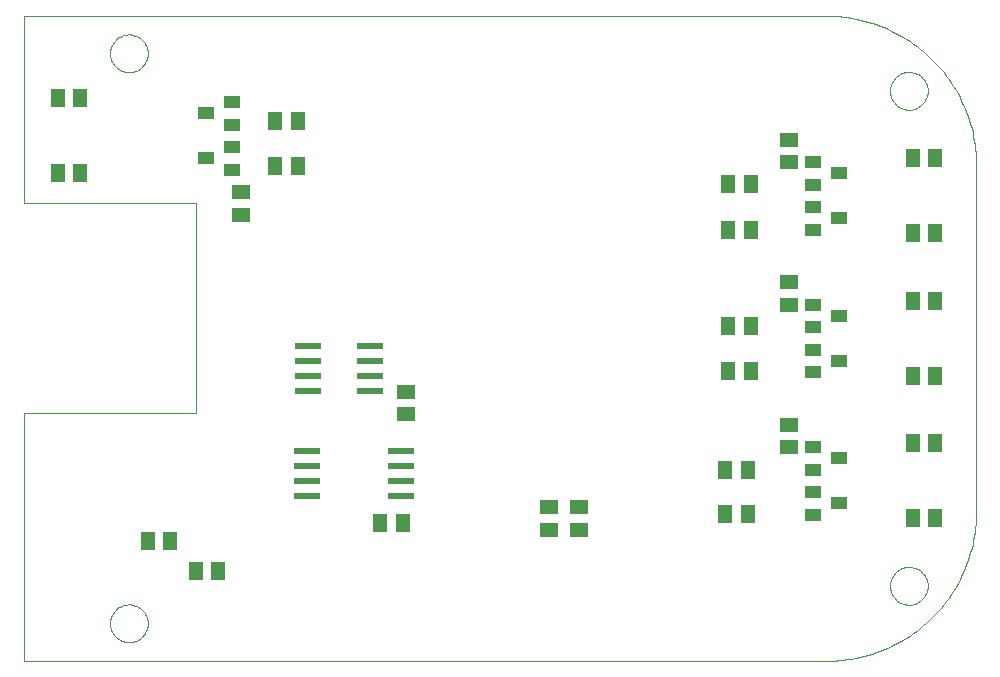
<source format=gbp>
G75*
G70*
%OFA0B0*%
%FSLAX24Y24*%
%IPPOS*%
%LPD*%
%AMOC8*
5,1,8,0,0,1.08239X$1,22.5*
%
%ADD10C,0.0000*%
%ADD11R,0.0591X0.0512*%
%ADD12R,0.0512X0.0591*%
%ADD13R,0.0866X0.0236*%
%ADD14R,0.0551X0.0394*%
D10*
X002187Y002187D02*
X002187Y010437D01*
X007937Y010437D01*
X007937Y017437D01*
X002187Y017437D01*
X002187Y023687D01*
X028937Y023687D01*
X031057Y021187D02*
X031060Y021244D01*
X031067Y021301D01*
X031080Y021357D01*
X031098Y021411D01*
X031121Y021464D01*
X031149Y021514D01*
X031181Y021562D01*
X031217Y021606D01*
X031257Y021647D01*
X031301Y021685D01*
X031347Y021718D01*
X031397Y021746D01*
X031449Y021770D01*
X031503Y021790D01*
X031559Y021804D01*
X031615Y021813D01*
X031673Y021817D01*
X031730Y021816D01*
X031787Y021809D01*
X031843Y021797D01*
X031898Y021781D01*
X031951Y021759D01*
X032002Y021733D01*
X032050Y021702D01*
X032096Y021667D01*
X032138Y021627D01*
X032176Y021585D01*
X032210Y021538D01*
X032240Y021489D01*
X032265Y021438D01*
X032285Y021384D01*
X032301Y021329D01*
X032311Y021273D01*
X032316Y021216D01*
X032316Y021158D01*
X032311Y021101D01*
X032301Y021045D01*
X032285Y020990D01*
X032265Y020936D01*
X032240Y020885D01*
X032210Y020836D01*
X032176Y020789D01*
X032138Y020747D01*
X032096Y020707D01*
X032050Y020672D01*
X032002Y020641D01*
X031951Y020615D01*
X031898Y020593D01*
X031843Y020577D01*
X031787Y020565D01*
X031730Y020558D01*
X031673Y020557D01*
X031615Y020561D01*
X031559Y020570D01*
X031503Y020584D01*
X031449Y020604D01*
X031397Y020628D01*
X031347Y020656D01*
X031301Y020689D01*
X031257Y020727D01*
X031217Y020768D01*
X031181Y020812D01*
X031149Y020860D01*
X031121Y020910D01*
X031098Y020963D01*
X031080Y021017D01*
X031067Y021073D01*
X031060Y021130D01*
X031057Y021187D01*
X028937Y023687D02*
X029077Y023685D01*
X029217Y023679D01*
X029357Y023669D01*
X029497Y023656D01*
X029636Y023638D01*
X029775Y023616D01*
X029912Y023591D01*
X030050Y023562D01*
X030186Y023529D01*
X030321Y023492D01*
X030455Y023451D01*
X030588Y023406D01*
X030720Y023358D01*
X030850Y023306D01*
X030979Y023251D01*
X031106Y023192D01*
X031232Y023129D01*
X031356Y023063D01*
X031477Y022994D01*
X031597Y022921D01*
X031715Y022844D01*
X031830Y022765D01*
X031944Y022682D01*
X032054Y022596D01*
X032163Y022507D01*
X032269Y022415D01*
X032372Y022320D01*
X032473Y022223D01*
X032570Y022122D01*
X032665Y022019D01*
X032757Y021913D01*
X032846Y021804D01*
X032932Y021694D01*
X033015Y021580D01*
X033094Y021465D01*
X033171Y021347D01*
X033244Y021227D01*
X033313Y021106D01*
X033379Y020982D01*
X033442Y020856D01*
X033501Y020729D01*
X033556Y020600D01*
X033608Y020470D01*
X033656Y020338D01*
X033701Y020205D01*
X033742Y020071D01*
X033779Y019936D01*
X033812Y019800D01*
X033841Y019662D01*
X033866Y019525D01*
X033888Y019386D01*
X033906Y019247D01*
X033919Y019107D01*
X033929Y018967D01*
X033935Y018827D01*
X033937Y018687D01*
X033937Y007187D01*
X031057Y004687D02*
X031060Y004744D01*
X031067Y004801D01*
X031080Y004857D01*
X031098Y004911D01*
X031121Y004964D01*
X031149Y005014D01*
X031181Y005062D01*
X031217Y005106D01*
X031257Y005147D01*
X031301Y005185D01*
X031347Y005218D01*
X031397Y005246D01*
X031449Y005270D01*
X031503Y005290D01*
X031559Y005304D01*
X031615Y005313D01*
X031673Y005317D01*
X031730Y005316D01*
X031787Y005309D01*
X031843Y005297D01*
X031898Y005281D01*
X031951Y005259D01*
X032002Y005233D01*
X032050Y005202D01*
X032096Y005167D01*
X032138Y005127D01*
X032176Y005085D01*
X032210Y005038D01*
X032240Y004989D01*
X032265Y004938D01*
X032285Y004884D01*
X032301Y004829D01*
X032311Y004773D01*
X032316Y004716D01*
X032316Y004658D01*
X032311Y004601D01*
X032301Y004545D01*
X032285Y004490D01*
X032265Y004436D01*
X032240Y004385D01*
X032210Y004336D01*
X032176Y004289D01*
X032138Y004247D01*
X032096Y004207D01*
X032050Y004172D01*
X032002Y004141D01*
X031951Y004115D01*
X031898Y004093D01*
X031843Y004077D01*
X031787Y004065D01*
X031730Y004058D01*
X031673Y004057D01*
X031615Y004061D01*
X031559Y004070D01*
X031503Y004084D01*
X031449Y004104D01*
X031397Y004128D01*
X031347Y004156D01*
X031301Y004189D01*
X031257Y004227D01*
X031217Y004268D01*
X031181Y004312D01*
X031149Y004360D01*
X031121Y004410D01*
X031098Y004463D01*
X031080Y004517D01*
X031067Y004573D01*
X031060Y004630D01*
X031057Y004687D01*
X028937Y002187D02*
X002187Y002187D01*
X005057Y003437D02*
X005060Y003494D01*
X005067Y003551D01*
X005080Y003607D01*
X005098Y003661D01*
X005121Y003714D01*
X005149Y003764D01*
X005181Y003812D01*
X005217Y003856D01*
X005257Y003897D01*
X005301Y003935D01*
X005347Y003968D01*
X005397Y003996D01*
X005449Y004020D01*
X005503Y004040D01*
X005559Y004054D01*
X005615Y004063D01*
X005673Y004067D01*
X005730Y004066D01*
X005787Y004059D01*
X005843Y004047D01*
X005898Y004031D01*
X005951Y004009D01*
X006002Y003983D01*
X006050Y003952D01*
X006096Y003917D01*
X006138Y003877D01*
X006176Y003835D01*
X006210Y003788D01*
X006240Y003739D01*
X006265Y003688D01*
X006285Y003634D01*
X006301Y003579D01*
X006311Y003523D01*
X006316Y003466D01*
X006316Y003408D01*
X006311Y003351D01*
X006301Y003295D01*
X006285Y003240D01*
X006265Y003186D01*
X006240Y003135D01*
X006210Y003086D01*
X006176Y003039D01*
X006138Y002997D01*
X006096Y002957D01*
X006050Y002922D01*
X006002Y002891D01*
X005951Y002865D01*
X005898Y002843D01*
X005843Y002827D01*
X005787Y002815D01*
X005730Y002808D01*
X005673Y002807D01*
X005615Y002811D01*
X005559Y002820D01*
X005503Y002834D01*
X005449Y002854D01*
X005397Y002878D01*
X005347Y002906D01*
X005301Y002939D01*
X005257Y002977D01*
X005217Y003018D01*
X005181Y003062D01*
X005149Y003110D01*
X005121Y003160D01*
X005098Y003213D01*
X005080Y003267D01*
X005067Y003323D01*
X005060Y003380D01*
X005057Y003437D01*
X028937Y002187D02*
X029077Y002189D01*
X029217Y002195D01*
X029357Y002205D01*
X029497Y002218D01*
X029636Y002236D01*
X029775Y002258D01*
X029912Y002283D01*
X030050Y002312D01*
X030186Y002345D01*
X030321Y002382D01*
X030455Y002423D01*
X030588Y002468D01*
X030720Y002516D01*
X030850Y002568D01*
X030979Y002623D01*
X031106Y002682D01*
X031232Y002745D01*
X031356Y002811D01*
X031477Y002880D01*
X031597Y002953D01*
X031715Y003030D01*
X031830Y003109D01*
X031944Y003192D01*
X032054Y003278D01*
X032163Y003367D01*
X032269Y003459D01*
X032372Y003554D01*
X032473Y003651D01*
X032570Y003752D01*
X032665Y003855D01*
X032757Y003961D01*
X032846Y004070D01*
X032932Y004180D01*
X033015Y004294D01*
X033094Y004409D01*
X033171Y004527D01*
X033244Y004647D01*
X033313Y004768D01*
X033379Y004892D01*
X033442Y005018D01*
X033501Y005145D01*
X033556Y005274D01*
X033608Y005404D01*
X033656Y005536D01*
X033701Y005669D01*
X033742Y005803D01*
X033779Y005938D01*
X033812Y006074D01*
X033841Y006212D01*
X033866Y006349D01*
X033888Y006488D01*
X033906Y006627D01*
X033919Y006767D01*
X033929Y006907D01*
X033935Y007047D01*
X033937Y007187D01*
X005057Y022437D02*
X005060Y022494D01*
X005067Y022551D01*
X005080Y022607D01*
X005098Y022661D01*
X005121Y022714D01*
X005149Y022764D01*
X005181Y022812D01*
X005217Y022856D01*
X005257Y022897D01*
X005301Y022935D01*
X005347Y022968D01*
X005397Y022996D01*
X005449Y023020D01*
X005503Y023040D01*
X005559Y023054D01*
X005615Y023063D01*
X005673Y023067D01*
X005730Y023066D01*
X005787Y023059D01*
X005843Y023047D01*
X005898Y023031D01*
X005951Y023009D01*
X006002Y022983D01*
X006050Y022952D01*
X006096Y022917D01*
X006138Y022877D01*
X006176Y022835D01*
X006210Y022788D01*
X006240Y022739D01*
X006265Y022688D01*
X006285Y022634D01*
X006301Y022579D01*
X006311Y022523D01*
X006316Y022466D01*
X006316Y022408D01*
X006311Y022351D01*
X006301Y022295D01*
X006285Y022240D01*
X006265Y022186D01*
X006240Y022135D01*
X006210Y022086D01*
X006176Y022039D01*
X006138Y021997D01*
X006096Y021957D01*
X006050Y021922D01*
X006002Y021891D01*
X005951Y021865D01*
X005898Y021843D01*
X005843Y021827D01*
X005787Y021815D01*
X005730Y021808D01*
X005673Y021807D01*
X005615Y021811D01*
X005559Y021820D01*
X005503Y021834D01*
X005449Y021854D01*
X005397Y021878D01*
X005347Y021906D01*
X005301Y021939D01*
X005257Y021977D01*
X005217Y022018D01*
X005181Y022062D01*
X005149Y022110D01*
X005121Y022160D01*
X005098Y022213D01*
X005080Y022267D01*
X005067Y022323D01*
X005060Y022380D01*
X005057Y022437D01*
D11*
X009437Y017811D03*
X009437Y017063D03*
X014937Y011161D03*
X014937Y010413D03*
X019687Y007311D03*
X020687Y007311D03*
X020687Y006563D03*
X019687Y006563D03*
X027687Y009313D03*
X027687Y010061D03*
X027687Y014063D03*
X027687Y014811D03*
X027687Y018813D03*
X027687Y019561D03*
D12*
X026411Y018087D03*
X025663Y018087D03*
X025663Y016537D03*
X026411Y016537D03*
X026411Y013337D03*
X025663Y013337D03*
X025663Y011837D03*
X026411Y011837D03*
X026311Y008537D03*
X025563Y008537D03*
X025563Y007087D03*
X026311Y007087D03*
X031813Y006937D03*
X032561Y006937D03*
X032561Y009437D03*
X031813Y009437D03*
X031813Y011687D03*
X032561Y011687D03*
X032561Y014187D03*
X031813Y014187D03*
X031813Y016437D03*
X032561Y016437D03*
X032561Y018937D03*
X031813Y018937D03*
X014811Y006787D03*
X014063Y006787D03*
X008661Y005187D03*
X007913Y005187D03*
X007061Y006187D03*
X006313Y006187D03*
X004061Y018437D03*
X003313Y018437D03*
X003313Y020937D03*
X004061Y020937D03*
X010563Y020187D03*
X011311Y020187D03*
X011311Y018687D03*
X010563Y018687D03*
D13*
X011663Y012687D03*
X011663Y012187D03*
X011663Y011687D03*
X011663Y011187D03*
X013711Y011187D03*
X013711Y011687D03*
X013711Y012187D03*
X013711Y012687D03*
X014748Y009187D03*
X014748Y008687D03*
X014748Y008187D03*
X014748Y007687D03*
X011626Y007687D03*
X011626Y008187D03*
X011626Y008687D03*
X011626Y009187D03*
D14*
X009120Y018563D03*
X009120Y019311D03*
X009120Y020063D03*
X009120Y020811D03*
X008254Y020437D03*
X008254Y018937D03*
X028504Y018811D03*
X029370Y018437D03*
X028504Y018063D03*
X028504Y017311D03*
X029370Y016937D03*
X028504Y016563D03*
X028504Y014061D03*
X029370Y013687D03*
X028504Y013313D03*
X028504Y012561D03*
X029370Y012187D03*
X028504Y011813D03*
X028504Y009311D03*
X029370Y008937D03*
X028504Y008563D03*
X028504Y007811D03*
X029370Y007437D03*
X028504Y007063D03*
M02*

</source>
